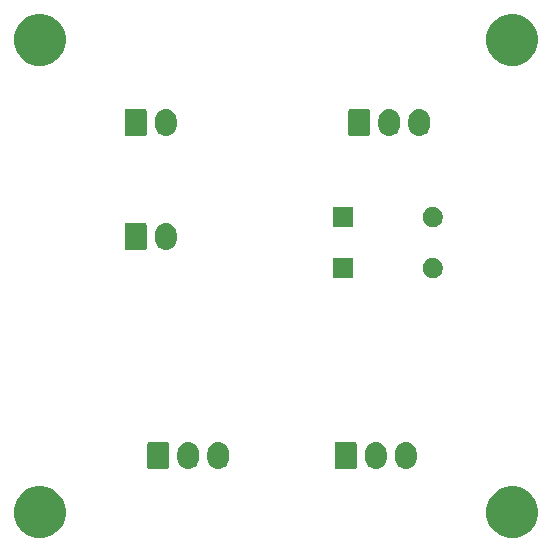
<source format=gbr>
G04 #@! TF.GenerationSoftware,KiCad,Pcbnew,(5.1.5-0-10_14)*
G04 #@! TF.CreationDate,2021-03-15T05:53:21+10:00*
G04 #@! TF.ProjectId,OH - Left Console - 8 - LOX Indicator,4f48202d-204c-4656-9674-20436f6e736f,rev?*
G04 #@! TF.SameCoordinates,Original*
G04 #@! TF.FileFunction,Soldermask,Bot*
G04 #@! TF.FilePolarity,Negative*
%FSLAX46Y46*%
G04 Gerber Fmt 4.6, Leading zero omitted, Abs format (unit mm)*
G04 Created by KiCad (PCBNEW (5.1.5-0-10_14)) date 2021-03-15 05:53:21*
%MOMM*%
%LPD*%
G04 APERTURE LIST*
%ADD10C,0.100000*%
G04 APERTURE END LIST*
D10*
G36*
X161927007Y-116359582D02*
G01*
X162327563Y-116525498D01*
X162327565Y-116525499D01*
X162688056Y-116766371D01*
X162994629Y-117072944D01*
X163235501Y-117433435D01*
X163235502Y-117433437D01*
X163401418Y-117833993D01*
X163486000Y-118259219D01*
X163486000Y-118692781D01*
X163401418Y-119118007D01*
X163235502Y-119518563D01*
X163235501Y-119518565D01*
X162994629Y-119879056D01*
X162688056Y-120185629D01*
X162327565Y-120426501D01*
X162327564Y-120426502D01*
X162327563Y-120426502D01*
X161927007Y-120592418D01*
X161501781Y-120677000D01*
X161068219Y-120677000D01*
X160642993Y-120592418D01*
X160242437Y-120426502D01*
X160242436Y-120426502D01*
X160242435Y-120426501D01*
X159881944Y-120185629D01*
X159575371Y-119879056D01*
X159334499Y-119518565D01*
X159334498Y-119518563D01*
X159168582Y-119118007D01*
X159084000Y-118692781D01*
X159084000Y-118259219D01*
X159168582Y-117833993D01*
X159334498Y-117433437D01*
X159334499Y-117433435D01*
X159575371Y-117072944D01*
X159881944Y-116766371D01*
X160242435Y-116525499D01*
X160242437Y-116525498D01*
X160642993Y-116359582D01*
X161068219Y-116275000D01*
X161501781Y-116275000D01*
X161927007Y-116359582D01*
G37*
G36*
X121927007Y-116359582D02*
G01*
X122327563Y-116525498D01*
X122327565Y-116525499D01*
X122688056Y-116766371D01*
X122994629Y-117072944D01*
X123235501Y-117433435D01*
X123235502Y-117433437D01*
X123401418Y-117833993D01*
X123486000Y-118259219D01*
X123486000Y-118692781D01*
X123401418Y-119118007D01*
X123235502Y-119518563D01*
X123235501Y-119518565D01*
X122994629Y-119879056D01*
X122688056Y-120185629D01*
X122327565Y-120426501D01*
X122327564Y-120426502D01*
X122327563Y-120426502D01*
X121927007Y-120592418D01*
X121501781Y-120677000D01*
X121068219Y-120677000D01*
X120642993Y-120592418D01*
X120242437Y-120426502D01*
X120242436Y-120426502D01*
X120242435Y-120426501D01*
X119881944Y-120185629D01*
X119575371Y-119879056D01*
X119334499Y-119518565D01*
X119334498Y-119518563D01*
X119168582Y-119118007D01*
X119084000Y-118692781D01*
X119084000Y-118259219D01*
X119168582Y-117833993D01*
X119334498Y-117433437D01*
X119334499Y-117433435D01*
X119575371Y-117072944D01*
X119881944Y-116766371D01*
X120242435Y-116525499D01*
X120242437Y-116525498D01*
X120642993Y-116359582D01*
X121068219Y-116275000D01*
X121501781Y-116275000D01*
X121927007Y-116359582D01*
G37*
G36*
X134038547Y-112527326D02*
G01*
X134212156Y-112579990D01*
X134212158Y-112579991D01*
X134372155Y-112665511D01*
X134512397Y-112780603D01*
X134591729Y-112877271D01*
X134627489Y-112920844D01*
X134713010Y-113080843D01*
X134765674Y-113254452D01*
X134779000Y-113389756D01*
X134779000Y-113940243D01*
X134765674Y-114075548D01*
X134713010Y-114249157D01*
X134627489Y-114409156D01*
X134591729Y-114452729D01*
X134512397Y-114549397D01*
X134415729Y-114628729D01*
X134372156Y-114664489D01*
X134212157Y-114750010D01*
X134038548Y-114802674D01*
X133858000Y-114820456D01*
X133677453Y-114802674D01*
X133503844Y-114750010D01*
X133343845Y-114664489D01*
X133300272Y-114628729D01*
X133203604Y-114549397D01*
X133088513Y-114409157D01*
X133088512Y-114409155D01*
X133002990Y-114249157D01*
X132950326Y-114075548D01*
X132937000Y-113940244D01*
X132937000Y-113389757D01*
X132950326Y-113254453D01*
X133002990Y-113080844D01*
X133088511Y-112920845D01*
X133088512Y-112920844D01*
X133203603Y-112780603D01*
X133329388Y-112677375D01*
X133343844Y-112665511D01*
X133503843Y-112579990D01*
X133677452Y-112527326D01*
X133858000Y-112509544D01*
X134038547Y-112527326D01*
G37*
G36*
X136578547Y-112527326D02*
G01*
X136752156Y-112579990D01*
X136752158Y-112579991D01*
X136912155Y-112665511D01*
X137052397Y-112780603D01*
X137131729Y-112877271D01*
X137167489Y-112920844D01*
X137253010Y-113080843D01*
X137305674Y-113254452D01*
X137319000Y-113389756D01*
X137319000Y-113940243D01*
X137305674Y-114075548D01*
X137253010Y-114249157D01*
X137167489Y-114409156D01*
X137131729Y-114452729D01*
X137052397Y-114549397D01*
X136955729Y-114628729D01*
X136912156Y-114664489D01*
X136752157Y-114750010D01*
X136578548Y-114802674D01*
X136398000Y-114820456D01*
X136217453Y-114802674D01*
X136043844Y-114750010D01*
X135883845Y-114664489D01*
X135840272Y-114628729D01*
X135743604Y-114549397D01*
X135628513Y-114409157D01*
X135628512Y-114409155D01*
X135542990Y-114249157D01*
X135490326Y-114075548D01*
X135477000Y-113940244D01*
X135477000Y-113389757D01*
X135490326Y-113254453D01*
X135542990Y-113080844D01*
X135628511Y-112920845D01*
X135628512Y-112920844D01*
X135743603Y-112780603D01*
X135869388Y-112677375D01*
X135883844Y-112665511D01*
X136043843Y-112579990D01*
X136217452Y-112527326D01*
X136398000Y-112509544D01*
X136578547Y-112527326D01*
G37*
G36*
X149913547Y-112527326D02*
G01*
X150087156Y-112579990D01*
X150087158Y-112579991D01*
X150247155Y-112665511D01*
X150387397Y-112780603D01*
X150466729Y-112877271D01*
X150502489Y-112920844D01*
X150588010Y-113080843D01*
X150640674Y-113254452D01*
X150654000Y-113389756D01*
X150654000Y-113940243D01*
X150640674Y-114075548D01*
X150588010Y-114249157D01*
X150502489Y-114409156D01*
X150466729Y-114452729D01*
X150387397Y-114549397D01*
X150290729Y-114628729D01*
X150247156Y-114664489D01*
X150087157Y-114750010D01*
X149913548Y-114802674D01*
X149733000Y-114820456D01*
X149552453Y-114802674D01*
X149378844Y-114750010D01*
X149218845Y-114664489D01*
X149175272Y-114628729D01*
X149078604Y-114549397D01*
X148963513Y-114409157D01*
X148963512Y-114409155D01*
X148877990Y-114249157D01*
X148825326Y-114075548D01*
X148812000Y-113940244D01*
X148812000Y-113389757D01*
X148825326Y-113254453D01*
X148877990Y-113080844D01*
X148963511Y-112920845D01*
X148963512Y-112920844D01*
X149078603Y-112780603D01*
X149204388Y-112677375D01*
X149218844Y-112665511D01*
X149378843Y-112579990D01*
X149552452Y-112527326D01*
X149733000Y-112509544D01*
X149913547Y-112527326D01*
G37*
G36*
X152453547Y-112527326D02*
G01*
X152627156Y-112579990D01*
X152627158Y-112579991D01*
X152787155Y-112665511D01*
X152927397Y-112780603D01*
X153006729Y-112877271D01*
X153042489Y-112920844D01*
X153128010Y-113080843D01*
X153180674Y-113254452D01*
X153194000Y-113389756D01*
X153194000Y-113940243D01*
X153180674Y-114075548D01*
X153128010Y-114249157D01*
X153042489Y-114409156D01*
X153006729Y-114452729D01*
X152927397Y-114549397D01*
X152830729Y-114628729D01*
X152787156Y-114664489D01*
X152627157Y-114750010D01*
X152453548Y-114802674D01*
X152273000Y-114820456D01*
X152092453Y-114802674D01*
X151918844Y-114750010D01*
X151758845Y-114664489D01*
X151715272Y-114628729D01*
X151618604Y-114549397D01*
X151503513Y-114409157D01*
X151503512Y-114409155D01*
X151417990Y-114249157D01*
X151365326Y-114075548D01*
X151352000Y-113940244D01*
X151352000Y-113389757D01*
X151365326Y-113254453D01*
X151417990Y-113080844D01*
X151503511Y-112920845D01*
X151503512Y-112920844D01*
X151618603Y-112780603D01*
X151744388Y-112677375D01*
X151758844Y-112665511D01*
X151918843Y-112579990D01*
X152092452Y-112527326D01*
X152273000Y-112509544D01*
X152453547Y-112527326D01*
G37*
G36*
X147972561Y-112517966D02*
G01*
X148005383Y-112527923D01*
X148035632Y-112544092D01*
X148062148Y-112565852D01*
X148083908Y-112592368D01*
X148100077Y-112622617D01*
X148110034Y-112655439D01*
X148114000Y-112695713D01*
X148114000Y-114634287D01*
X148110034Y-114674561D01*
X148100077Y-114707383D01*
X148083908Y-114737632D01*
X148062148Y-114764148D01*
X148035632Y-114785908D01*
X148005383Y-114802077D01*
X147972561Y-114812034D01*
X147932287Y-114816000D01*
X146453713Y-114816000D01*
X146413439Y-114812034D01*
X146380617Y-114802077D01*
X146350368Y-114785908D01*
X146323852Y-114764148D01*
X146302092Y-114737632D01*
X146285923Y-114707383D01*
X146275966Y-114674561D01*
X146272000Y-114634287D01*
X146272000Y-112695713D01*
X146275966Y-112655439D01*
X146285923Y-112622617D01*
X146302092Y-112592368D01*
X146323852Y-112565852D01*
X146350368Y-112544092D01*
X146380617Y-112527923D01*
X146413439Y-112517966D01*
X146453713Y-112514000D01*
X147932287Y-112514000D01*
X147972561Y-112517966D01*
G37*
G36*
X132097561Y-112517966D02*
G01*
X132130383Y-112527923D01*
X132160632Y-112544092D01*
X132187148Y-112565852D01*
X132208908Y-112592368D01*
X132225077Y-112622617D01*
X132235034Y-112655439D01*
X132239000Y-112695713D01*
X132239000Y-114634287D01*
X132235034Y-114674561D01*
X132225077Y-114707383D01*
X132208908Y-114737632D01*
X132187148Y-114764148D01*
X132160632Y-114785908D01*
X132130383Y-114802077D01*
X132097561Y-114812034D01*
X132057287Y-114816000D01*
X130578713Y-114816000D01*
X130538439Y-114812034D01*
X130505617Y-114802077D01*
X130475368Y-114785908D01*
X130448852Y-114764148D01*
X130427092Y-114737632D01*
X130410923Y-114707383D01*
X130400966Y-114674561D01*
X130397000Y-114634287D01*
X130397000Y-112695713D01*
X130400966Y-112655439D01*
X130410923Y-112622617D01*
X130427092Y-112592368D01*
X130448852Y-112565852D01*
X130475368Y-112544092D01*
X130505617Y-112527923D01*
X130538439Y-112517966D01*
X130578713Y-112514000D01*
X132057287Y-112514000D01*
X132097561Y-112517966D01*
G37*
G36*
X154807228Y-96971703D02*
G01*
X154962100Y-97035853D01*
X155101481Y-97128985D01*
X155220015Y-97247519D01*
X155313147Y-97386900D01*
X155377297Y-97541772D01*
X155410000Y-97706184D01*
X155410000Y-97873816D01*
X155377297Y-98038228D01*
X155313147Y-98193100D01*
X155220015Y-98332481D01*
X155101481Y-98451015D01*
X154962100Y-98544147D01*
X154807228Y-98608297D01*
X154642816Y-98641000D01*
X154475184Y-98641000D01*
X154310772Y-98608297D01*
X154155900Y-98544147D01*
X154016519Y-98451015D01*
X153897985Y-98332481D01*
X153804853Y-98193100D01*
X153740703Y-98038228D01*
X153708000Y-97873816D01*
X153708000Y-97706184D01*
X153740703Y-97541772D01*
X153804853Y-97386900D01*
X153897985Y-97247519D01*
X154016519Y-97128985D01*
X154155900Y-97035853D01*
X154310772Y-96971703D01*
X154475184Y-96939000D01*
X154642816Y-96939000D01*
X154807228Y-96971703D01*
G37*
G36*
X147790000Y-98641000D02*
G01*
X146088000Y-98641000D01*
X146088000Y-96939000D01*
X147790000Y-96939000D01*
X147790000Y-98641000D01*
G37*
G36*
X132133547Y-93985326D02*
G01*
X132307156Y-94037990D01*
X132307158Y-94037991D01*
X132467155Y-94123511D01*
X132607397Y-94238603D01*
X132676659Y-94323000D01*
X132722489Y-94378844D01*
X132808010Y-94538843D01*
X132860674Y-94712452D01*
X132874000Y-94847756D01*
X132874000Y-95398243D01*
X132860674Y-95533548D01*
X132808010Y-95707157D01*
X132722489Y-95867156D01*
X132686729Y-95910729D01*
X132607397Y-96007397D01*
X132510729Y-96086729D01*
X132467156Y-96122489D01*
X132307157Y-96208010D01*
X132133548Y-96260674D01*
X131953000Y-96278456D01*
X131772453Y-96260674D01*
X131598844Y-96208010D01*
X131438845Y-96122489D01*
X131395272Y-96086729D01*
X131298604Y-96007397D01*
X131183513Y-95867157D01*
X131183512Y-95867155D01*
X131097990Y-95707157D01*
X131045326Y-95533548D01*
X131032000Y-95398244D01*
X131032000Y-94847757D01*
X131045326Y-94712453D01*
X131097990Y-94538844D01*
X131183511Y-94378845D01*
X131183512Y-94378844D01*
X131298603Y-94238603D01*
X131424388Y-94135375D01*
X131438844Y-94123511D01*
X131598843Y-94037990D01*
X131772452Y-93985326D01*
X131953000Y-93967544D01*
X132133547Y-93985326D01*
G37*
G36*
X130192561Y-93975966D02*
G01*
X130225383Y-93985923D01*
X130255632Y-94002092D01*
X130282148Y-94023852D01*
X130303908Y-94050368D01*
X130320077Y-94080617D01*
X130330034Y-94113439D01*
X130334000Y-94153713D01*
X130334000Y-96092287D01*
X130330034Y-96132561D01*
X130320077Y-96165383D01*
X130303908Y-96195632D01*
X130282148Y-96222148D01*
X130255632Y-96243908D01*
X130225383Y-96260077D01*
X130192561Y-96270034D01*
X130152287Y-96274000D01*
X128673713Y-96274000D01*
X128633439Y-96270034D01*
X128600617Y-96260077D01*
X128570368Y-96243908D01*
X128543852Y-96222148D01*
X128522092Y-96195632D01*
X128505923Y-96165383D01*
X128495966Y-96132561D01*
X128492000Y-96092287D01*
X128492000Y-94153713D01*
X128495966Y-94113439D01*
X128505923Y-94080617D01*
X128522092Y-94050368D01*
X128543852Y-94023852D01*
X128570368Y-94002092D01*
X128600617Y-93985923D01*
X128633439Y-93975966D01*
X128673713Y-93972000D01*
X130152287Y-93972000D01*
X130192561Y-93975966D01*
G37*
G36*
X147790000Y-94323000D02*
G01*
X146088000Y-94323000D01*
X146088000Y-92621000D01*
X147790000Y-92621000D01*
X147790000Y-94323000D01*
G37*
G36*
X154807228Y-92653703D02*
G01*
X154962100Y-92717853D01*
X155101481Y-92810985D01*
X155220015Y-92929519D01*
X155313147Y-93068900D01*
X155377297Y-93223772D01*
X155410000Y-93388184D01*
X155410000Y-93555816D01*
X155377297Y-93720228D01*
X155313147Y-93875100D01*
X155220015Y-94014481D01*
X155101481Y-94133015D01*
X154962100Y-94226147D01*
X154807228Y-94290297D01*
X154642816Y-94323000D01*
X154475184Y-94323000D01*
X154310772Y-94290297D01*
X154155900Y-94226147D01*
X154016519Y-94133015D01*
X153897985Y-94014481D01*
X153804853Y-93875100D01*
X153740703Y-93720228D01*
X153708000Y-93555816D01*
X153708000Y-93388184D01*
X153740703Y-93223772D01*
X153804853Y-93068900D01*
X153897985Y-92929519D01*
X154016519Y-92810985D01*
X154155900Y-92717853D01*
X154310772Y-92653703D01*
X154475184Y-92621000D01*
X154642816Y-92621000D01*
X154807228Y-92653703D01*
G37*
G36*
X132133547Y-84333326D02*
G01*
X132307156Y-84385990D01*
X132307158Y-84385991D01*
X132467155Y-84471511D01*
X132607397Y-84586603D01*
X132686729Y-84683271D01*
X132722489Y-84726844D01*
X132808010Y-84886843D01*
X132860674Y-85060452D01*
X132874000Y-85195756D01*
X132874000Y-85746243D01*
X132860674Y-85881548D01*
X132808010Y-86055157D01*
X132722489Y-86215156D01*
X132686729Y-86258729D01*
X132607397Y-86355397D01*
X132510729Y-86434729D01*
X132467156Y-86470489D01*
X132307157Y-86556010D01*
X132133548Y-86608674D01*
X131953000Y-86626456D01*
X131772453Y-86608674D01*
X131598844Y-86556010D01*
X131438845Y-86470489D01*
X131395272Y-86434729D01*
X131298604Y-86355397D01*
X131183513Y-86215157D01*
X131183512Y-86215155D01*
X131097990Y-86055157D01*
X131045326Y-85881548D01*
X131032000Y-85746244D01*
X131032000Y-85195757D01*
X131045326Y-85060453D01*
X131097990Y-84886844D01*
X131183511Y-84726845D01*
X131183512Y-84726844D01*
X131298603Y-84586603D01*
X131424388Y-84483375D01*
X131438844Y-84471511D01*
X131598843Y-84385990D01*
X131772452Y-84333326D01*
X131953000Y-84315544D01*
X132133547Y-84333326D01*
G37*
G36*
X153596547Y-84333326D02*
G01*
X153770156Y-84385990D01*
X153770158Y-84385991D01*
X153930155Y-84471511D01*
X154070397Y-84586603D01*
X154149729Y-84683271D01*
X154185489Y-84726844D01*
X154271010Y-84886843D01*
X154323674Y-85060452D01*
X154337000Y-85195756D01*
X154337000Y-85746243D01*
X154323674Y-85881548D01*
X154271010Y-86055157D01*
X154185489Y-86215156D01*
X154149729Y-86258729D01*
X154070397Y-86355397D01*
X153973729Y-86434729D01*
X153930156Y-86470489D01*
X153770157Y-86556010D01*
X153596548Y-86608674D01*
X153416000Y-86626456D01*
X153235453Y-86608674D01*
X153061844Y-86556010D01*
X152901845Y-86470489D01*
X152858272Y-86434729D01*
X152761604Y-86355397D01*
X152646513Y-86215157D01*
X152646512Y-86215155D01*
X152560990Y-86055157D01*
X152508326Y-85881548D01*
X152495000Y-85746244D01*
X152495000Y-85195757D01*
X152508326Y-85060453D01*
X152560990Y-84886844D01*
X152646511Y-84726845D01*
X152646512Y-84726844D01*
X152761603Y-84586603D01*
X152887388Y-84483375D01*
X152901844Y-84471511D01*
X153061843Y-84385990D01*
X153235452Y-84333326D01*
X153416000Y-84315544D01*
X153596547Y-84333326D01*
G37*
G36*
X151056547Y-84333326D02*
G01*
X151230156Y-84385990D01*
X151230158Y-84385991D01*
X151390155Y-84471511D01*
X151530397Y-84586603D01*
X151609729Y-84683271D01*
X151645489Y-84726844D01*
X151731010Y-84886843D01*
X151783674Y-85060452D01*
X151797000Y-85195756D01*
X151797000Y-85746243D01*
X151783674Y-85881548D01*
X151731010Y-86055157D01*
X151645489Y-86215156D01*
X151609729Y-86258729D01*
X151530397Y-86355397D01*
X151433729Y-86434729D01*
X151390156Y-86470489D01*
X151230157Y-86556010D01*
X151056548Y-86608674D01*
X150876000Y-86626456D01*
X150695453Y-86608674D01*
X150521844Y-86556010D01*
X150361845Y-86470489D01*
X150318272Y-86434729D01*
X150221604Y-86355397D01*
X150106513Y-86215157D01*
X150106512Y-86215155D01*
X150020990Y-86055157D01*
X149968326Y-85881548D01*
X149955000Y-85746244D01*
X149955000Y-85195757D01*
X149968326Y-85060453D01*
X150020990Y-84886844D01*
X150106511Y-84726845D01*
X150106512Y-84726844D01*
X150221603Y-84586603D01*
X150347388Y-84483375D01*
X150361844Y-84471511D01*
X150521843Y-84385990D01*
X150695452Y-84333326D01*
X150876000Y-84315544D01*
X151056547Y-84333326D01*
G37*
G36*
X130192561Y-84323966D02*
G01*
X130225383Y-84333923D01*
X130255632Y-84350092D01*
X130282148Y-84371852D01*
X130303908Y-84398368D01*
X130320077Y-84428617D01*
X130330034Y-84461439D01*
X130334000Y-84501713D01*
X130334000Y-86440287D01*
X130330034Y-86480561D01*
X130320077Y-86513383D01*
X130303908Y-86543632D01*
X130282148Y-86570148D01*
X130255632Y-86591908D01*
X130225383Y-86608077D01*
X130192561Y-86618034D01*
X130152287Y-86622000D01*
X128673713Y-86622000D01*
X128633439Y-86618034D01*
X128600617Y-86608077D01*
X128570368Y-86591908D01*
X128543852Y-86570148D01*
X128522092Y-86543632D01*
X128505923Y-86513383D01*
X128495966Y-86480561D01*
X128492000Y-86440287D01*
X128492000Y-84501713D01*
X128495966Y-84461439D01*
X128505923Y-84428617D01*
X128522092Y-84398368D01*
X128543852Y-84371852D01*
X128570368Y-84350092D01*
X128600617Y-84333923D01*
X128633439Y-84323966D01*
X128673713Y-84320000D01*
X130152287Y-84320000D01*
X130192561Y-84323966D01*
G37*
G36*
X149115561Y-84323966D02*
G01*
X149148383Y-84333923D01*
X149178632Y-84350092D01*
X149205148Y-84371852D01*
X149226908Y-84398368D01*
X149243077Y-84428617D01*
X149253034Y-84461439D01*
X149257000Y-84501713D01*
X149257000Y-86440287D01*
X149253034Y-86480561D01*
X149243077Y-86513383D01*
X149226908Y-86543632D01*
X149205148Y-86570148D01*
X149178632Y-86591908D01*
X149148383Y-86608077D01*
X149115561Y-86618034D01*
X149075287Y-86622000D01*
X147596713Y-86622000D01*
X147556439Y-86618034D01*
X147523617Y-86608077D01*
X147493368Y-86591908D01*
X147466852Y-86570148D01*
X147445092Y-86543632D01*
X147428923Y-86513383D01*
X147418966Y-86480561D01*
X147415000Y-86440287D01*
X147415000Y-84501713D01*
X147418966Y-84461439D01*
X147428923Y-84428617D01*
X147445092Y-84398368D01*
X147466852Y-84371852D01*
X147493368Y-84350092D01*
X147523617Y-84333923D01*
X147556439Y-84323966D01*
X147596713Y-84320000D01*
X149075287Y-84320000D01*
X149115561Y-84323966D01*
G37*
G36*
X161927007Y-76359582D02*
G01*
X162327563Y-76525498D01*
X162327565Y-76525499D01*
X162688056Y-76766371D01*
X162994629Y-77072944D01*
X163235501Y-77433435D01*
X163235502Y-77433437D01*
X163401418Y-77833993D01*
X163486000Y-78259219D01*
X163486000Y-78692781D01*
X163401418Y-79118007D01*
X163235502Y-79518563D01*
X163235501Y-79518565D01*
X162994629Y-79879056D01*
X162688056Y-80185629D01*
X162327565Y-80426501D01*
X162327564Y-80426502D01*
X162327563Y-80426502D01*
X161927007Y-80592418D01*
X161501781Y-80677000D01*
X161068219Y-80677000D01*
X160642993Y-80592418D01*
X160242437Y-80426502D01*
X160242436Y-80426502D01*
X160242435Y-80426501D01*
X159881944Y-80185629D01*
X159575371Y-79879056D01*
X159334499Y-79518565D01*
X159334498Y-79518563D01*
X159168582Y-79118007D01*
X159084000Y-78692781D01*
X159084000Y-78259219D01*
X159168582Y-77833993D01*
X159334498Y-77433437D01*
X159334499Y-77433435D01*
X159575371Y-77072944D01*
X159881944Y-76766371D01*
X160242435Y-76525499D01*
X160242437Y-76525498D01*
X160642993Y-76359582D01*
X161068219Y-76275000D01*
X161501781Y-76275000D01*
X161927007Y-76359582D01*
G37*
G36*
X121927007Y-76359582D02*
G01*
X122327563Y-76525498D01*
X122327565Y-76525499D01*
X122688056Y-76766371D01*
X122994629Y-77072944D01*
X123235501Y-77433435D01*
X123235502Y-77433437D01*
X123401418Y-77833993D01*
X123486000Y-78259219D01*
X123486000Y-78692781D01*
X123401418Y-79118007D01*
X123235502Y-79518563D01*
X123235501Y-79518565D01*
X122994629Y-79879056D01*
X122688056Y-80185629D01*
X122327565Y-80426501D01*
X122327564Y-80426502D01*
X122327563Y-80426502D01*
X121927007Y-80592418D01*
X121501781Y-80677000D01*
X121068219Y-80677000D01*
X120642993Y-80592418D01*
X120242437Y-80426502D01*
X120242436Y-80426502D01*
X120242435Y-80426501D01*
X119881944Y-80185629D01*
X119575371Y-79879056D01*
X119334499Y-79518565D01*
X119334498Y-79518563D01*
X119168582Y-79118007D01*
X119084000Y-78692781D01*
X119084000Y-78259219D01*
X119168582Y-77833993D01*
X119334498Y-77433437D01*
X119334499Y-77433435D01*
X119575371Y-77072944D01*
X119881944Y-76766371D01*
X120242435Y-76525499D01*
X120242437Y-76525498D01*
X120642993Y-76359582D01*
X121068219Y-76275000D01*
X121501781Y-76275000D01*
X121927007Y-76359582D01*
G37*
M02*

</source>
